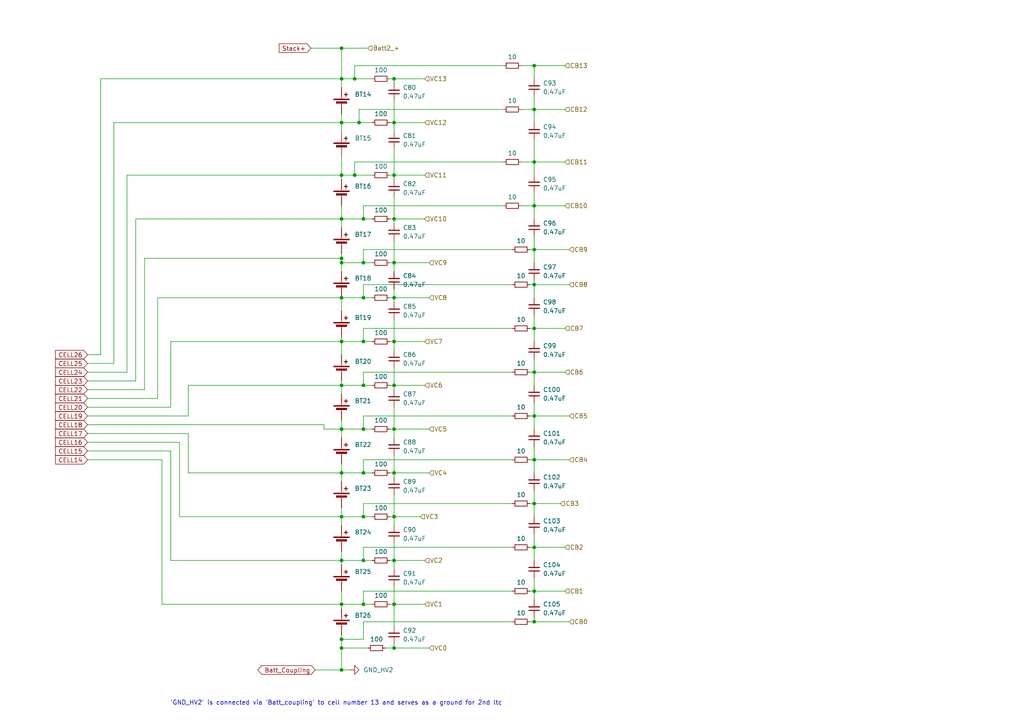
<source format=kicad_sch>
(kicad_sch (version 20250114) (generator "eeschema") (generator_version "9.0")
  (paper "A4")
  (lib_symbols
    (symbol "Device:Battery_Cell" (pin_numbers (hide yes)) (pin_names (offset 0) (hide yes))
      (property "Reference" "BT" (at 2.54 2.54 0))
      (property "Value" "Battery_Cell" (at 2.54 0 0))
      (symbol "Battery_Cell_0_1"
        (rectangle (start -2.286 1.778) (end 2.286 1.524) (fill (type outline)))
        (rectangle (start -1.524 1.016) (end 1.524 0.508) (fill (type outline)))
        (polyline (pts (xy 0 1.778) (xy 0 2.54)))
        (polyline (pts (xy 0 0.762) (xy 0 0)))
        (polyline (pts (xy 0.762 3.048) (xy 1.778 3.048)) (stroke (width 0.254)))
        (polyline (pts (xy 1.27 3.556) (xy 1.27 2.54)) (stroke (width 0.254)))
      )
      (symbol "Battery_Cell_1_1"
        (pin passive line (at 0 5.08 270) (length 2.54) (name "+") (number "1"))
        (pin passive line (at 0 -2.54 90) (length 2.54) (name "-") (number "2"))
      )
    )
    (symbol "Device:C_Small" (pin_numbers (hide yes)) (pin_names (offset 0.254) (hide yes))
      (property "Reference" "C" (at 0.254 1.778 0))
      (property "Value" "C_Small" (at 0.254 -2.032 0))
      (symbol "C_Small_0_1"
        (polyline (pts (xy -1.524 0.508) (xy 1.524 0.508)) (stroke (width 0.3048)))
        (polyline (pts (xy -1.524 -0.508) (xy 1.524 -0.508)) (stroke (width 0.3302)))
      )
      (symbol "C_Small_1_1"
        (pin passive line (at 0 2.54 270) (length 2.032) (name "~") (number "1"))
        (pin passive line (at 0 -2.54 90) (length 2.032) (name "~") (number "2"))
      )
    )
    (symbol "Device:R_Small" (pin_numbers (hide yes)) (pin_names (offset 0.254) (hide yes))
      (property "Reference" "R" (at 0.762 0.508 0))
      (property "Value" "R_Small" (at 0.762 -1.016 0))
      (symbol "R_Small_0_1"
        (rectangle (start -0.762 1.778) (end 0.762 -1.778) (stroke (width 0.2032)))
      )
      (symbol "R_Small_1_1"
        (pin passive line (at 0 2.54 270) (length 0.762) (name "~") (number "1"))
        (pin passive line (at 0 -2.54 90) (length 0.762) (name "~") (number "2"))
      )
    )
    (symbol "power:GND" (power) (pin_numbers (hide yes)) (pin_names (offset 0) (hide yes))
      (property "Value" "GND" (at 0 -3.81 0))
      (symbol "GND_0_1"
        (polyline (pts (xy 0 0) (xy 0 -1.27) (xy 1.27 -1.27) (xy 0 -2.54) (xy -1.27 -1.27) (xy 0 -1.27)))
      )
      (symbol "GND_1_1"
        (pin power_in line (at 0 0 270) (length 0) (name "~") (number "1"))
      )
    )
  )
  (text "'GND_HV2' is connected via 'Batt_coupling' to cell number 13 and serves as a ground for 2nd ltc" (at 97.536 203.962 0) (effects (font (size 1.27 1.27))))
  (junction (at 154.94 171.45))
  (junction (at 105.41 175.26))
  (junction (at 114.3 86.36))
  (junction (at 102.87 22.86))
  (junction (at 154.94 146.05))
  (junction (at 99.06 22.86))
  (junction (at 105.41 149.86))
  (junction (at 114.3 111.76))
  (junction (at 105.41 137.16))
  (junction (at 99.06 187.96))
  (junction (at 99.06 162.56))
  (junction (at 99.06 74.93))
  (junction (at 99.06 194.31))
  (junction (at 105.41 124.46))
  (junction (at 154.94 72.39))
  (junction (at 154.94 180.34))
  (junction (at 114.3 99.06))
  (junction (at 102.87 50.8))
  (junction (at 99.06 175.26))
  (junction (at 154.94 31.75))
  (junction (at 105.41 86.36))
  (junction (at 99.06 13.97))
  (junction (at 154.94 95.25))
  (junction (at 114.3 124.46))
  (junction (at 114.3 35.56))
  (junction (at 99.06 86.36))
  (junction (at 99.06 50.8))
  (junction (at 154.94 46.99))
  (junction (at 154.94 59.69))
  (junction (at 114.3 149.86))
  (junction (at 154.94 19.05))
  (junction (at 154.94 120.65))
  (junction (at 105.41 111.76))
  (junction (at 99.06 137.16))
  (junction (at 99.06 99.06))
  (junction (at 114.3 162.56))
  (junction (at 105.41 162.56))
  (junction (at 154.94 107.95))
  (junction (at 154.94 158.75))
  (junction (at 105.41 99.06))
  (junction (at 105.41 63.5))
  (junction (at 99.06 185.42))
  (junction (at 99.06 111.76))
  (junction (at 114.3 22.86))
  (junction (at 99.06 35.56))
  (junction (at 114.3 187.96))
  (junction (at 154.94 82.55))
  (junction (at 114.3 76.2))
  (junction (at 99.06 149.86))
  (junction (at 99.06 63.5))
  (junction (at 99.06 124.46))
  (junction (at 114.3 63.5))
  (junction (at 105.41 76.2))
  (junction (at 99.06 76.2))
  (junction (at 104.14 35.56))
  (junction (at 114.3 137.16))
  (junction (at 154.94 133.35))
  (junction (at 114.3 175.26))
  (junction (at 114.3 50.8))
  (wire (pts (xy 99.06 162.56) (xy 49.53 162.56)))
  (wire (pts (xy 52.07 128.27) (xy 52.07 149.86)))
  (wire (pts (xy 113.03 111.76) (xy 114.3 111.76)))
  (wire (pts (xy 25.4 102.87) (xy 29.21 102.87)))
  (wire (pts (xy 105.41 171.45) (xy 148.59 171.45)))
  (wire (pts (xy 99.06 137.16) (xy 99.06 139.7)))
  (wire (pts (xy 99.06 149.86) (xy 99.06 152.4)))
  (wire (pts (xy 99.06 111.76) (xy 54.61 111.76)))
  (wire (pts (xy 154.94 72.39) (xy 154.94 76.2)))
  (wire (pts (xy 107.95 124.46) (xy 105.41 124.46)))
  (wire (pts (xy 114.3 69.85) (xy 114.3 76.2)))
  (wire (pts (xy 114.3 187.96) (xy 124.46 187.96)))
  (wire (pts (xy 154.94 59.69) (xy 154.94 55.88)))
  (wire (pts (xy 154.94 46.99) (xy 151.13 46.99)))
  (wire (pts (xy 107.95 137.16) (xy 105.41 137.16)))
  (wire (pts (xy 25.4 125.73) (xy 54.61 125.73)))
  (wire (pts (xy 154.94 82.55) (xy 165.1 82.55)))
  (wire (pts (xy 154.94 31.75) (xy 151.13 31.75)))
  (wire (pts (xy 25.4 118.11) (xy 49.53 118.11)))
  (wire (pts (xy 154.94 146.05) (xy 162.56 146.05)))
  (wire (pts (xy 154.94 180.34) (xy 165.1 180.34)))
  (wire (pts (xy 154.94 154.94) (xy 154.94 158.75)))
  (wire (pts (xy 105.41 95.25) (xy 105.41 99.06)))
  (wire (pts (xy 99.06 184.15) (xy 99.06 185.42)))
  (wire (pts (xy 154.94 40.64) (xy 154.94 46.99)))
  (wire (pts (xy 154.94 91.44) (xy 154.94 95.25)))
  (wire (pts (xy 99.06 124.46) (xy 99.06 121.92)))
  (wire (pts (xy 105.41 86.36) (xy 99.06 86.36)))
  (wire (pts (xy 105.41 158.75) (xy 105.41 162.56)))
  (wire (pts (xy 45.72 86.36) (xy 45.72 115.57)))
  (wire (pts (xy 148.59 82.55) (xy 105.41 82.55)))
  (wire (pts (xy 107.95 99.06) (xy 105.41 99.06)))
  (wire (pts (xy 105.41 146.05) (xy 148.59 146.05)))
  (wire (pts (xy 29.21 22.86) (xy 29.21 102.87)))
  (wire (pts (xy 46.99 133.35) (xy 46.99 175.26)))
  (wire (pts (xy 114.3 86.36) (xy 114.3 87.63)))
  (wire (pts (xy 154.94 46.99) (xy 163.83 46.99)))
  (wire (pts (xy 99.06 162.56) (xy 99.06 163.83)))
  (wire (pts (xy 25.4 123.19) (xy 93.98 123.19)))
  (wire (pts (xy 36.83 107.95) (xy 25.4 107.95)))
  (wire (pts (xy 113.03 149.86) (xy 114.3 149.86)))
  (wire (pts (xy 25.4 133.35) (xy 46.99 133.35)))
  (wire (pts (xy 153.67 133.35) (xy 154.94 133.35)))
  (wire (pts (xy 107.95 175.26) (xy 105.41 175.26)))
  (wire (pts (xy 102.87 22.86) (xy 107.95 22.86)))
  (wire (pts (xy 114.3 170.18) (xy 114.3 175.26)))
  (wire (pts (xy 99.06 149.86) (xy 99.06 147.32)))
  (wire (pts (xy 114.3 162.56) (xy 114.3 165.1)))
  (wire (pts (xy 114.3 63.5) (xy 123.19 63.5)))
  (wire (pts (xy 154.94 129.54) (xy 154.94 133.35)))
  (wire (pts (xy 29.21 22.86) (xy 99.06 22.86)))
  (wire (pts (xy 114.3 50.8) (xy 114.3 52.07)))
  (wire (pts (xy 105.41 133.35) (xy 105.41 137.16)))
  (wire (pts (xy 154.94 19.05) (xy 154.94 22.86)))
  (wire (pts (xy 99.06 74.93) (xy 99.06 73.66)))
  (wire (pts (xy 154.94 82.55) (xy 154.94 86.36)))
  (wire (pts (xy 153.67 120.65) (xy 154.94 120.65)))
  (wire (pts (xy 124.46 124.46) (xy 114.3 124.46)))
  (wire (pts (xy 114.3 106.68) (xy 114.3 111.76)))
  (wire (pts (xy 105.41 175.26) (xy 99.06 175.26)))
  (wire (pts (xy 105.41 120.65) (xy 105.41 124.46)))
  (wire (pts (xy 99.06 137.16) (xy 99.06 134.62)))
  (wire (pts (xy 99.06 59.69) (xy 99.06 63.5)))
  (wire (pts (xy 105.41 72.39) (xy 148.59 72.39)))
  (wire (pts (xy 154.94 81.28) (xy 154.94 82.55)))
  (wire (pts (xy 114.3 111.76) (xy 114.3 113.03)))
  (wire (pts (xy 99.06 187.96) (xy 99.06 194.31)))
  (wire (pts (xy 25.4 110.49) (xy 39.37 110.49)))
  (wire (pts (xy 105.41 162.56) (xy 99.06 162.56)))
  (wire (pts (xy 154.94 104.14) (xy 154.94 107.95)))
  (wire (pts (xy 105.41 59.69) (xy 146.05 59.69)))
  (wire (pts (xy 105.41 107.95) (xy 105.41 111.76)))
  (wire (pts (xy 114.3 43.18) (xy 114.3 50.8)))
  (wire (pts (xy 154.94 59.69) (xy 163.83 59.69)))
  (wire (pts (xy 105.41 111.76) (xy 99.06 111.76)))
  (wire (pts (xy 153.67 171.45) (xy 154.94 171.45)))
  (wire (pts (xy 45.72 115.57) (xy 25.4 115.57)))
  (wire (pts (xy 105.41 76.2) (xy 99.06 76.2)))
  (wire (pts (xy 99.06 50.8) (xy 99.06 52.07)))
  (wire (pts (xy 105.41 124.46) (xy 99.06 124.46)))
  (wire (pts (xy 154.94 158.75) (xy 163.83 158.75)))
  (wire (pts (xy 105.41 72.39) (xy 105.41 76.2)))
  (wire (pts (xy 154.94 133.35) (xy 165.1 133.35)))
  (wire (pts (xy 102.87 50.8) (xy 107.95 50.8)))
  (wire (pts (xy 154.94 120.65) (xy 154.94 124.46)))
  (wire (pts (xy 105.41 82.55) (xy 105.41 86.36)))
  (wire (pts (xy 99.06 111.76) (xy 99.06 110.49)))
  (wire (pts (xy 114.3 76.2) (xy 114.3 78.74)))
  (wire (pts (xy 114.3 175.26) (xy 114.3 181.61)))
  (wire (pts (xy 154.94 171.45) (xy 163.83 171.45)))
  (wire (pts (xy 93.98 123.19) (xy 93.98 124.46)))
  (wire (pts (xy 154.94 146.05) (xy 154.94 149.86)))
  (wire (pts (xy 41.91 113.03) (xy 25.4 113.03)))
  (wire (pts (xy 105.41 146.05) (xy 105.41 149.86)))
  (wire (pts (xy 113.03 86.36) (xy 114.3 86.36)))
  (wire (pts (xy 99.06 13.97) (xy 90.17 13.97)))
  (wire (pts (xy 154.94 59.69) (xy 154.94 63.5)))
  (wire (pts (xy 154.94 59.69) (xy 151.13 59.69)))
  (wire (pts (xy 25.4 120.65) (xy 54.61 120.65)))
  (wire (pts (xy 99.06 175.26) (xy 99.06 176.53)))
  (wire (pts (xy 165.1 120.65) (xy 154.94 120.65)))
  (wire (pts (xy 153.67 180.34) (xy 154.94 180.34)))
  (wire (pts (xy 113.03 175.26) (xy 114.3 175.26)))
  (wire (pts (xy 107.95 162.56) (xy 105.41 162.56)))
  (wire (pts (xy 114.3 35.56) (xy 123.19 35.56)))
  (wire (pts (xy 54.61 125.73) (xy 54.61 137.16)))
  (wire (pts (xy 49.53 99.06) (xy 49.53 118.11)))
  (wire (pts (xy 105.41 59.69) (xy 105.41 63.5)))
  (wire (pts (xy 154.94 146.05) (xy 153.67 146.05)))
  (wire (pts (xy 39.37 63.5) (xy 39.37 110.49)))
  (wire (pts (xy 154.94 120.65) (xy 154.94 116.84)))
  (wire (pts (xy 99.06 187.96) (xy 106.68 187.96)))
  (wire (pts (xy 114.3 162.56) (xy 123.19 162.56)))
  (wire (pts (xy 99.06 76.2) (xy 99.06 78.74)))
  (wire (pts (xy 154.94 19.05) (xy 163.83 19.05)))
  (wire (pts (xy 25.4 128.27) (xy 52.07 128.27)))
  (wire (pts (xy 102.87 46.99) (xy 102.87 50.8)))
  (wire (pts (xy 113.03 162.56) (xy 114.3 162.56)))
  (wire (pts (xy 105.41 171.45) (xy 105.41 175.26)))
  (wire (pts (xy 154.94 107.95) (xy 154.94 111.76)))
  (wire (pts (xy 114.3 175.26) (xy 123.19 175.26)))
  (wire (pts (xy 114.3 29.21) (xy 114.3 35.56)))
  (wire (pts (xy 99.06 33.02) (xy 99.06 35.56)))
  (wire (pts (xy 99.06 76.2) (xy 99.06 74.93)))
  (wire (pts (xy 102.87 46.99) (xy 146.05 46.99)))
  (wire (pts (xy 154.94 180.34) (xy 154.94 179.07)))
  (wire (pts (xy 105.41 107.95) (xy 148.59 107.95)))
  (wire (pts (xy 99.06 63.5) (xy 99.06 66.04)))
  (wire (pts (xy 99.06 22.86) (xy 102.87 22.86)))
  (wire (pts (xy 114.3 83.82) (xy 114.3 86.36)))
  (wire (pts (xy 154.94 158.75) (xy 154.94 162.56)))
  (wire (pts (xy 154.94 19.05) (xy 151.13 19.05)))
  (wire (pts (xy 36.83 50.8) (xy 99.06 50.8)))
  (wire (pts (xy 99.06 45.72) (xy 99.06 50.8)))
  (wire (pts (xy 114.3 99.06) (xy 123.19 99.06)))
  (wire (pts (xy 114.3 186.69) (xy 114.3 187.96)))
  (wire (pts (xy 154.94 142.24) (xy 154.94 146.05)))
  (wire (pts (xy 49.53 130.81) (xy 49.53 162.56)))
  (wire (pts (xy 154.94 133.35) (xy 154.94 137.16)))
  (wire (pts (xy 99.06 86.36) (xy 45.72 86.36)))
  (wire (pts (xy 154.94 107.95) (xy 163.83 107.95)))
  (wire (pts (xy 33.02 35.56) (xy 33.02 105.41)))
  (wire (pts (xy 105.41 133.35) (xy 148.59 133.35)))
  (wire (pts (xy 105.41 180.34) (xy 105.41 185.42)))
  (wire (pts (xy 114.3 157.48) (xy 114.3 162.56)))
  (wire (pts (xy 99.06 124.46) (xy 99.06 127)))
  (wire (pts (xy 99.06 13.97) (xy 106.68 13.97)))
  (wire (pts (xy 165.1 72.39) (xy 154.94 72.39)))
  (wire (pts (xy 107.95 86.36) (xy 105.41 86.36)))
  (wire (pts (xy 99.06 86.36) (xy 99.06 90.17)))
  (wire (pts (xy 111.76 187.96) (xy 114.3 187.96)))
  (wire (pts (xy 114.3 92.71) (xy 114.3 99.06)))
  (wire (pts (xy 114.3 149.86) (xy 121.92 149.86)))
  (wire (pts (xy 113.03 124.46) (xy 114.3 124.46)))
  (wire (pts (xy 107.95 111.76) (xy 105.41 111.76)))
  (wire (pts (xy 36.83 50.8) (xy 36.83 107.95)))
  (wire (pts (xy 154.94 31.75) (xy 154.94 27.94)))
  (wire (pts (xy 154.94 31.75) (xy 163.83 31.75)))
  (wire (pts (xy 113.03 99.06) (xy 114.3 99.06)))
  (wire (pts (xy 105.41 158.75) (xy 148.59 158.75)))
  (wire (pts (xy 104.14 31.75) (xy 146.05 31.75)))
  (wire (pts (xy 154.94 171.45) (xy 154.94 173.99)))
  (wire (pts (xy 154.94 95.25) (xy 163.83 95.25)))
  (wire (pts (xy 107.95 76.2) (xy 105.41 76.2)))
  (wire (pts (xy 107.95 63.5) (xy 105.41 63.5)))
  (wire (pts (xy 154.94 171.45) (xy 154.94 167.64)))
  (wire (pts (xy 93.98 124.46) (xy 99.06 124.46)))
  (wire (pts (xy 114.3 111.76) (xy 123.19 111.76)))
  (wire (pts (xy 102.87 19.05) (xy 102.87 22.86)))
  (wire (pts (xy 99.06 99.06) (xy 99.06 102.87)))
  (wire (pts (xy 54.61 111.76) (xy 54.61 120.65)))
  (wire (pts (xy 105.41 95.25) (xy 148.59 95.25)))
  (wire (pts (xy 113.03 76.2) (xy 114.3 76.2)))
  (wire (pts (xy 105.41 120.65) (xy 148.59 120.65)))
  (wire (pts (xy 113.03 35.56) (xy 114.3 35.56)))
  (wire (pts (xy 25.4 130.81) (xy 49.53 130.81)))
  (wire (pts (xy 105.41 99.06) (xy 99.06 99.06)))
  (wire (pts (xy 99.06 175.26) (xy 99.06 171.45)))
  (wire (pts (xy 113.03 22.86) (xy 114.3 22.86)))
  (wire (pts (xy 124.46 76.2) (xy 114.3 76.2)))
  (wire (pts (xy 154.94 95.25) (xy 154.94 99.06)))
  (wire (pts (xy 105.41 137.16) (xy 99.06 137.16)))
  (wire (pts (xy 154.94 46.99) (xy 154.94 50.8)))
  (wire (pts (xy 114.3 35.56) (xy 114.3 38.1)))
  (wire (pts (xy 99.06 50.8) (xy 102.87 50.8)))
  (wire (pts (xy 154.94 158.75) (xy 153.67 158.75)))
  (wire (pts (xy 114.3 124.46) (xy 114.3 127)))
  (wire (pts (xy 154.94 95.25) (xy 153.67 95.25)))
  (wire (pts (xy 105.41 185.42) (xy 99.06 185.42)))
  (wire (pts (xy 114.3 63.5) (xy 114.3 64.77)))
  (wire (pts (xy 41.91 74.93) (xy 41.91 113.03)))
  (wire (pts (xy 154.94 72.39) (xy 154.94 68.58)))
  (wire (pts (xy 99.06 99.06) (xy 49.53 99.06)))
  (wire (pts (xy 153.67 82.55) (xy 154.94 82.55)))
  (wire (pts (xy 114.3 22.86) (xy 123.19 22.86)))
  (wire (pts (xy 114.3 149.86) (xy 114.3 152.4)))
  (wire (pts (xy 114.3 86.36) (xy 124.46 86.36)))
  (wire (pts (xy 107.95 149.86) (xy 105.41 149.86)))
  (wire (pts (xy 104.14 31.75) (xy 104.14 35.56)))
  (wire (pts (xy 105.41 180.34) (xy 148.59 180.34)))
  (wire (pts (xy 99.06 175.26) (xy 46.99 175.26)))
  (wire (pts (xy 99.06 187.96) (xy 99.06 185.42)))
  (wire (pts (xy 99.06 111.76) (xy 99.06 114.3)))
  (wire (pts (xy 104.14 35.56) (xy 107.95 35.56)))
  (wire (pts (xy 114.3 132.08) (xy 114.3 137.16)))
  (wire (pts (xy 114.3 57.15) (xy 114.3 63.5)))
  (wire (pts (xy 114.3 143.51) (xy 114.3 149.86)))
  (wire (pts (xy 99.06 162.56) (xy 99.06 160.02)))
  (wire (pts (xy 154.94 107.95) (xy 153.67 107.95)))
  (wire (pts (xy 91.44 194.31) (xy 99.06 194.31)))
  (wire (pts (xy 99.06 194.31) (xy 101.6 194.31)))
  (wire (pts (xy 99.06 35.56) (xy 99.06 38.1)))
  (wire (pts (xy 113.03 50.8) (xy 114.3 50.8)))
  (wire (pts (xy 113.03 63.5) (xy 114.3 63.5)))
  (wire (pts (xy 99.06 25.4) (xy 99.06 22.86)))
  (wire (pts (xy 102.87 19.05) (xy 146.05 19.05)))
  (wire (pts (xy 99.06 99.06) (xy 99.06 97.79)))
  (wire (pts (xy 99.06 137.16) (xy 54.61 137.16)))
  (wire (pts (xy 33.02 105.41) (xy 25.4 105.41)))
  (wire (pts (xy 114.3 99.06) (xy 114.3 101.6)))
  (wire (pts (xy 114.3 118.11) (xy 114.3 124.46)))
  (wire (pts (xy 114.3 137.16) (xy 114.3 138.43)))
  (wire (pts (xy 105.41 63.5) (xy 99.06 63.5)))
  (wire (pts (xy 99.06 149.86) (xy 52.07 149.86)))
  (wire (pts (xy 105.41 149.86) (xy 99.06 149.86)))
  (wire (pts (xy 99.06 35.56) (xy 104.14 35.56)))
  (wire (pts (xy 99.06 74.93) (xy 41.91 74.93)))
  (wire (pts (xy 154.94 31.75) (xy 154.94 35.56)))
  (wire (pts (xy 113.03 137.16) (xy 114.3 137.16)))
  (wire (pts (xy 114.3 137.16) (xy 124.46 137.16)))
  (wire (pts (xy 114.3 22.86) (xy 114.3 24.13)))
  (wire (pts (xy 114.3 50.8) (xy 123.19 50.8)))
  (wire (pts (xy 39.37 63.5) (xy 99.06 63.5)))
  (wire (pts (xy 33.02 35.56) (xy 99.06 35.56)))
  (wire (pts (xy 99.06 13.97) (xy 99.06 22.86)))
  (wire (pts (xy 153.67 72.39) (xy 154.94 72.39)))
  (global_label "CELL17" (shape input) (at 25.4 125.73 180) (property "Intersheetrefs" "${INTERSHEET_REFS}" (effects (hide yes))))
  (global_label "CELL25" (shape input) (at 25.4 105.41 180) (property "Intersheetrefs" "${INTERSHEET_REFS}" (effects (hide yes))))
  (global_label "CELL20" (shape input) (at 25.4 118.11 180) (property "Intersheetrefs" "${INTERSHEET_REFS}" (effects (hide yes))))
  (global_label "CELL18" (shape input) (at 25.4 123.19 180) (property "Intersheetrefs" "${INTERSHEET_REFS}" (effects (hide yes))))
  (global_label "Batt_Coupling" (shape bidirectional) (at 91.44 194.31 180) (property "Intersheetrefs" "${INTERSHEET_REFS}" (effects (hide yes))))
  (global_label "CELL26" (shape input) (at 25.4 102.87 180) (property "Intersheetrefs" "${INTERSHEET_REFS}" (effects (hide yes))))
  (global_label "CELL14" (shape input) (at 25.4 133.35 180) (property "Intersheetrefs" "${INTERSHEET_REFS}" (effects (hide yes))))
  (global_label "CELL22" (shape input) (at 25.4 113.03 180) (property "Intersheetrefs" "${INTERSHEET_REFS}" (effects (hide yes))))
  (global_label "CELL15" (shape input) (at 25.4 130.81 180) (property "Intersheetrefs" "${INTERSHEET_REFS}" (effects (hide yes))))
  (global_label "CELL16" (shape input) (at 25.4 128.27 180) (property "Intersheetrefs" "${INTERSHEET_REFS}" (effects (hide yes))))
  (global_label "CELL21" (shape input) (at 25.4 115.57 180) (property "Intersheetrefs" "${INTERSHEET_REFS}" (effects (hide yes))))
  (global_label "CELL19" (shape input) (at 25.4 120.65 180) (property "Intersheetrefs" "${INTERSHEET_REFS}" (effects (hide yes))))
  (global_label "CELL23" (shape input) (at 25.4 110.49 180) (property "Intersheetrefs" "${INTERSHEET_REFS}" (effects (hide yes))))
  (global_label "CELL24" (shape input) (at 25.4 107.95 180) (property "Intersheetrefs" "${INTERSHEET_REFS}" (effects (hide yes))))
  (global_label "Stack+" (shape input) (at 90.17 13.97 180) (property "Intersheetrefs" "${INTERSHEET_REFS}" (effects (hide yes))))
  (hierarchical_label "VC1" (shape input) (at 123.19 175.26 0))
  (hierarchical_label "CB8" (shape input) (at 165.1 82.55 0))
  (hierarchical_label "CB9" (shape input) (at 165.1 72.39 0))
  (hierarchical_label "VC7" (shape input) (at 123.19 99.06 0))
  (hierarchical_label "VC10" (shape input) (at 123.19 63.5 0))
  (hierarchical_label "VC3" (shape input) (at 121.92 149.86 0))
  (hierarchical_label "VC4" (shape input) (at 124.46 137.16 0))
  (hierarchical_label "CB3" (shape input) (at 162.56 146.05 0))
  (hierarchical_label "CB1" (shape input) (at 163.83 171.45 0))
  (hierarchical_label "CB13" (shape input) (at 163.83 19.05 0))
  (hierarchical_label "CB6" (shape input) (at 163.83 107.95 0))
  (hierarchical_label "CB5" (shape input) (at 165.1 120.65 0))
  (hierarchical_label "CB12" (shape input) (at 163.83 31.75 0))
  (hierarchical_label "VC8" (shape input) (at 124.46 86.36 0))
  (hierarchical_label "VC11" (shape input) (at 123.19 50.8 0))
  (hierarchical_label "Batt2_+" (shape input) (at 106.68 13.97 0))
  (hierarchical_label "CB4" (shape input) (at 165.1 133.35 0))
  (hierarchical_label "VC5" (shape input) (at 124.46 124.46 0))
  (hierarchical_label "CB2" (shape input) (at 163.83 158.75 0))
  (hierarchical_label "VC9" (shape input) (at 124.46 76.2 0))
  (hierarchical_label "CB11" (shape input) (at 163.83 46.99 0))
  (hierarchical_label "VC0" (shape input) (at 124.46 187.96 0))
  (hierarchical_label "CB7" (shape input) (at 163.83 95.25 0))
  (hierarchical_label "VC2" (shape input) (at 123.19 162.56 0))
  (hierarchical_label "VC6" (shape input) (at 123.19 111.76 0))
  (hierarchical_label "VC13" (shape input) (at 123.19 22.86 0))
  (hierarchical_label "CB0" (shape input) (at 165.1 180.34 0))
  (hierarchical_label "CB10" (shape input) (at 163.83 59.69 0))
  (hierarchical_label "VC12" (shape input) (at 123.19 35.56 0))
  (symbol (lib_id "Device:C_Small") (at 114.3 67.31 180) (unit 1)
    (property "Reference" "C83" (at 116.84 66.0335 0) (effects (justify right)))
    (property "Value" "0.47uF" (at 116.84 68.5735 0) (effects (justify right)))
    (property "Footprint" "Capacitor_SMD:C_0603_1608Metric_Pad1.08x0.95mm_HandSolder" (effects (hide yes)))
    (property "Datasheet" "https://www.mouser.pl/ProductDetail/TAIYO-YUDEN/EMF107B7474KAHT?qs=sGAEpiMZZMsh%252B1woXyUXj30ZYomYlxpXbZmTEzBsZ7s%3D" (effects (hide yes)))
    (property "Description" "Unpolarized capacitor, small symbol" (effects (hide yes)))
  )
  (symbol (lib_id "Device:R_Small") (at 110.49 63.5 90) (unit 1)
    (property "Reference" "R116" (effects (hide yes)))
    (property "Value" "100" (at 110.49 60.96 90))
    (property "Footprint" "Resistor_SMD:R_0603_1608Metric_Pad0.98x0.95mm_HandSolder" (effects (hide yes)))
    (property "Datasheet" "https://www.mouser.pl/ProductDetail/Bourns/CHP0603-JW-101ELF?qs=sGAEpiMZZMvdGkrng054t7z4BkURc4Lz%252BNTgd8VElomqW50fcYQWeQ%3D%3D" (effects (hide yes)))
    (property "Description" "Resistor, small symbol" (effects (hide yes)))
  )
  (symbol (lib_id "Device:C_Small") (at 154.94 139.7 180) (unit 1)
    (property "Reference" "C102" (at 157.48 138.4235 0) (effects (justify right)))
    (property "Value" "0.47uF" (at 157.48 140.9635 0) (effects (justify right)))
    (property "Footprint" "Capacitor_SMD:C_0603_1608Metric_Pad1.08x0.95mm_HandSolder" (effects (hide yes)))
    (property "Datasheet" "https://www.mouser.pl/ProductDetail/TAIYO-YUDEN/EMF107B7474KAHT?qs=sGAEpiMZZMsh%252B1woXyUXj30ZYomYlxpXbZmTEzBsZ7s%3D" (effects (hide yes)))
    (property "Description" "Unpolarized capacitor, small symbol" (effects (hide yes)))
  )
  (symbol (lib_id "Device:R_Small") (at 110.49 149.86 90) (unit 1)
    (property "Reference" "R123" (effects (hide yes)))
    (property "Value" "100" (at 110.49 147.32 90))
    (property "Footprint" "Resistor_SMD:R_0603_1608Metric_Pad0.98x0.95mm_HandSolder" (effects (hide yes)))
    (property "Datasheet" "https://www.mouser.pl/ProductDetail/Bourns/CHP0603-JW-101ELF?qs=sGAEpiMZZMvdGkrng054t7z4BkURc4Lz%252BNTgd8VElomqW50fcYQWeQ%3D%3D" (effects (hide yes)))
    (property "Description" "Resistor, small symbol" (effects (hide yes)))
  )
  (symbol (lib_id "Device:Battery_Cell") (at 99.06 107.95 0) (unit 1) (in_bom no) (on_board no)
    (property "Reference" "BT20" (at 102.87 104.8384 0) (effects (justify left)))
    (property "Value" "Battery_Cell" (effects (hide yes)))
    (property "Description" "Single-cell battery" (effects (hide yes)))
  )
  (symbol (lib_id "Device:R_Small") (at 151.13 82.55 90) (unit 1)
    (property "Reference" "R131" (effects (hide yes)))
    (property "Value" "10" (at 151.13 80.01 90))
    (property "Footprint" "footrpint:RESC6331X80N" (effects (hide yes)))
    (property "Datasheet" "https://www.mouser.pl/ProductDetail/Bourns/CRM2512QFW-10R0ELF?qs=sGAEpiMZZMvdGkrng054t2cqbZCzJY7NpHS3xgyJn8kv84%2FVq0xHeQ%3D%3D" (effects (hide yes)))
    (property "Description" "Resistor, small symbol" (effects (hide yes)))
  )
  (symbol (lib_id "Device:R_Small") (at 110.49 35.56 90) (unit 1)
    (property "Reference" "R114" (effects (hide yes)))
    (property "Value" "100" (at 110.49 33.02 90))
    (property "Footprint" "Resistor_SMD:R_0603_1608Metric_Pad0.98x0.95mm_HandSolder" (effects (hide yes)))
    (property "Datasheet" "https://www.mouser.pl/ProductDetail/Bourns/CHP0603-JW-101ELF?qs=sGAEpiMZZMvdGkrng054t7z4BkURc4Lz%252BNTgd8VElomqW50fcYQWeQ%3D%3D" (effects (hide yes)))
    (property "Description" "Resistor, small symbol" (effects (hide yes)))
  )
  (symbol (lib_id "Device:C_Small") (at 114.3 90.17 180) (unit 1)
    (property "Reference" "C85" (at 116.84 88.8935 0) (effects (justify right)))
    (property "Value" "0.47uF" (at 116.84 91.4335 0) (effects (justify right)))
    (property "Footprint" "Capacitor_SMD:C_0603_1608Metric_Pad1.08x0.95mm_HandSolder" (effects (hide yes)))
    (property "Datasheet" "https://www.mouser.pl/ProductDetail/TAIYO-YUDEN/EMF107B7474KAHT?qs=sGAEpiMZZMsh%252B1woXyUXj30ZYomYlxpXbZmTEzBsZ7s%3D" (effects (hide yes)))
    (property "Description" "Unpolarized capacitor, small symbol" (effects (hide yes)))
  )
  (symbol (lib_id "Device:C_Small") (at 154.94 66.04 180) (unit 1)
    (property "Reference" "C96" (at 157.48 64.7635 0) (effects (justify right)))
    (property "Value" "0.47uF" (at 157.48 67.3035 0) (effects (justify right)))
    (property "Footprint" "Capacitor_SMD:C_0603_1608Metric_Pad1.08x0.95mm_HandSolder" (effects (hide yes)))
    (property "Datasheet" "https://www.mouser.pl/ProductDetail/TAIYO-YUDEN/EMF107B7474KAHT?qs=sGAEpiMZZMsh%252B1woXyUXj30ZYomYlxpXbZmTEzBsZ7s%3D" (effects (hide yes)))
    (property "Description" "Unpolarized capacitor, small symbol" (effects (hide yes)))
  )
  (symbol (lib_id "Device:C_Small") (at 114.3 81.28 180) (unit 1)
    (property "Reference" "C84" (at 116.84 80.0035 0) (effects (justify right)))
    (property "Value" "0.47uF" (at 116.84 82.5435 0) (effects (justify right)))
    (property "Footprint" "Capacitor_SMD:C_0603_1608Metric_Pad1.08x0.95mm_HandSolder" (effects (hide yes)))
    (property "Datasheet" "https://www.mouser.pl/ProductDetail/TAIYO-YUDEN/EMF107B7474KAHT?qs=sGAEpiMZZMsh%252B1woXyUXj30ZYomYlxpXbZmTEzBsZ7s%3D" (effects (hide yes)))
    (property "Description" "Unpolarized capacitor, small symbol" (effects (hide yes)))
  )
  (symbol (lib_id "Device:C_Small") (at 114.3 104.14 180) (unit 1)
    (property "Reference" "C86" (at 116.84 102.8635 0) (effects (justify right)))
    (property "Value" "0.47uF" (at 116.84 105.4035 0) (effects (justify right)))
    (property "Footprint" "Capacitor_SMD:C_0603_1608Metric_Pad1.08x0.95mm_HandSolder" (effects (hide yes)))
    (property "Datasheet" "https://www.mouser.pl/ProductDetail/TAIYO-YUDEN/EMF107B7474KAHT?qs=sGAEpiMZZMsh%252B1woXyUXj30ZYomYlxpXbZmTEzBsZ7s%3D" (effects (hide yes)))
    (property "Description" "Unpolarized capacitor, small symbol" (effects (hide yes)))
  )
  (symbol (lib_id "Device:R_Small") (at 151.13 72.39 90) (unit 1)
    (property "Reference" "R130" (effects (hide yes)))
    (property "Value" "10" (at 151.13 69.85 90))
    (property "Footprint" "footrpint:RESC6331X80N" (effects (hide yes)))
    (property "Datasheet" "https://www.mouser.pl/ProductDetail/Bourns/CRM2512QFW-10R0ELF?qs=sGAEpiMZZMvdGkrng054t2cqbZCzJY7NpHS3xgyJn8kv84%2FVq0xHeQ%3D%3D" (effects (hide yes)))
    (property "Description" "Resistor, small symbol" (effects (hide yes)))
  )
  (symbol (lib_id "Device:R_Small") (at 151.13 146.05 90) (unit 1)
    (property "Reference" "R136" (effects (hide yes)))
    (property "Value" "10" (at 151.13 143.51 90))
    (property "Footprint" "footrpint:RESC6331X80N" (effects (hide yes)))
    (property "Datasheet" "https://www.mouser.pl/ProductDetail/Bourns/CRM2512QFW-10R0ELF?qs=sGAEpiMZZMvdGkrng054t2cqbZCzJY7NpHS3xgyJn8kv84%2FVq0xHeQ%3D%3D" (effects (hide yes)))
    (property "Description" "Resistor, small symbol" (effects (hide yes)))
  )
  (symbol (lib_id "Device:R_Small") (at 110.49 111.76 90) (unit 1)
    (property "Reference" "R120" (effects (hide yes)))
    (property "Value" "100" (at 110.49 109.22 90))
    (property "Footprint" "Resistor_SMD:R_0603_1608Metric_Pad0.98x0.95mm_HandSolder" (effects (hide yes)))
    (property "Datasheet" "https://www.mouser.pl/ProductDetail/Bourns/CHP0603-JW-101ELF?qs=sGAEpiMZZMvdGkrng054t7z4BkURc4Lz%252BNTgd8VElomqW50fcYQWeQ%3D%3D" (effects (hide yes)))
    (property "Description" "Resistor, small symbol" (effects (hide yes)))
  )
  (symbol (lib_id "Device:Battery_Cell") (at 99.06 83.82 0) (unit 1) (in_bom no) (on_board no)
    (property "Reference" "BT18" (at 102.87 80.7084 0) (effects (justify left)))
    (property "Value" "Battery_Cell" (effects (hide yes)))
    (property "Description" "Single-cell battery" (effects (hide yes)))
  )
  (symbol (lib_id "Device:C_Small") (at 114.3 184.15 180) (unit 1)
    (property "Reference" "C92" (at 116.84 182.8735 0) (effects (justify right)))
    (property "Value" "0.47uF" (at 116.84 185.4135 0) (effects (justify right)))
    (property "Footprint" "Capacitor_SMD:C_0603_1608Metric_Pad1.08x0.95mm_HandSolder" (effects (hide yes)))
    (property "Datasheet" "https://www.mouser.pl/ProductDetail/TAIYO-YUDEN/EMF107B7474KAHT?qs=sGAEpiMZZMsh%252B1woXyUXj30ZYomYlxpXbZmTEzBsZ7s%3D" (effects (hide yes)))
    (property "Description" "Unpolarized capacitor, small symbol" (effects (hide yes)))
  )
  (symbol (lib_id "Device:C_Small") (at 114.3 26.67 180) (unit 1)
    (property "Reference" "C80" (at 116.84 25.3935 0) (effects (justify right)))
    (property "Value" "0.47uF" (at 116.84 27.9335 0) (effects (justify right)))
    (property "Footprint" "Capacitor_SMD:C_0603_1608Metric_Pad1.08x0.95mm_HandSolder" (effects (hide yes)))
    (property "Datasheet" "https://www.mouser.pl/ProductDetail/TAIYO-YUDEN/EMF107B7474KAHT?qs=sGAEpiMZZMsh%252B1woXyUXj30ZYomYlxpXbZmTEzBsZ7s%3D" (effects (hide yes)))
    (property "Description" "Unpolarized capacitor, small symbol" (effects (hide yes)))
  )
  (symbol (lib_id "Device:C_Small") (at 154.94 176.53 180) (unit 1)
    (property "Reference" "C105" (at 157.48 175.2535 0) (effects (justify right)))
    (property "Value" "0.47uF" (at 157.48 177.7935 0) (effects (justify right)))
    (property "Footprint" "Capacitor_SMD:C_0603_1608Metric_Pad1.08x0.95mm_HandSolder" (effects (hide yes)))
    (property "Datasheet" "https://www.mouser.pl/ProductDetail/TAIYO-YUDEN/EMF107B7474KAHT?qs=sGAEpiMZZMsh%252B1woXyUXj30ZYomYlxpXbZmTEzBsZ7s%3D" (effects (hide yes)))
    (property "Description" "Unpolarized capacitor, small symbol" (effects (hide yes)))
  )
  (symbol (lib_id "Device:R_Small") (at 148.59 59.69 90) (unit 1)
    (property "Reference" "R129" (effects (hide yes)))
    (property "Value" "10" (at 148.59 57.15 90))
    (property "Footprint" "footrpint:RESC6331X80N" (effects (hide yes)))
    (property "Datasheet" "https://www.mouser.pl/ProductDetail/Bourns/CRM2512QFW-10R0ELF?qs=sGAEpiMZZMvdGkrng054t2cqbZCzJY7NpHS3xgyJn8kv84%2FVq0xHeQ%3D%3D" (effects (hide yes)))
    (property "Description" "Resistor, small symbol" (effects (hide yes)))
  )
  (symbol (lib_id "Device:Battery_Cell") (at 99.06 168.91 0) (unit 1) (in_bom no) (on_board no)
    (property "Reference" "BT25" (at 102.87 165.7984 0) (effects (justify left)))
    (property "Value" "Battery_Cell" (effects (hide yes)))
    (property "Description" "Single-cell battery" (effects (hide yes)))
  )
  (symbol (lib_id "Device:C_Small") (at 114.3 40.64 180) (unit 1)
    (property "Reference" "C81" (at 116.84 39.3635 0) (effects (justify right)))
    (property "Value" "0.47uF" (at 116.84 41.9035 0) (effects (justify right)))
    (property "Footprint" "Capacitor_SMD:C_0603_1608Metric_Pad1.08x0.95mm_HandSolder" (effects (hide yes)))
    (property "Datasheet" "https://www.mouser.pl/ProductDetail/TAIYO-YUDEN/EMF107B7474KAHT?qs=sGAEpiMZZMsh%252B1woXyUXj30ZYomYlxpXbZmTEzBsZ7s%3D" (effects (hide yes)))
    (property "Description" "Unpolarized capacitor, small symbol" (effects (hide yes)))
  )
  (symbol (lib_id "Device:R_Small") (at 110.49 124.46 90) (unit 1)
    (property "Reference" "R121" (effects (hide yes)))
    (property "Value" "100" (at 110.49 121.92 90))
    (property "Footprint" "Resistor_SMD:R_0603_1608Metric_Pad0.98x0.95mm_HandSolder" (effects (hide yes)))
    (property "Datasheet" "https://www.mouser.pl/ProductDetail/Bourns/CHP0603-JW-101ELF?qs=sGAEpiMZZMvdGkrng054t7z4BkURc4Lz%252BNTgd8VElomqW50fcYQWeQ%3D%3D" (effects (hide yes)))
    (property "Description" "Resistor, small symbol" (effects (hide yes)))
  )
  (symbol (lib_id "Device:R_Small") (at 148.59 46.99 90) (unit 1)
    (property "Reference" "R128" (effects (hide yes)))
    (property "Value" "10" (at 148.59 44.45 90))
    (property "Footprint" "footrpint:RESC6331X80N" (effects (hide yes)))
    (property "Datasheet" "https://www.mouser.pl/ProductDetail/Bourns/CRM2512QFW-10R0ELF?qs=sGAEpiMZZMvdGkrng054t2cqbZCzJY7NpHS3xgyJn8kv84%2FVq0xHeQ%3D%3D" (effects (hide yes)))
    (property "Description" "Resistor, small symbol" (effects (hide yes)))
  )
  (symbol (lib_id "Device:Battery_Cell") (at 99.06 30.48 0) (unit 1) (in_bom no) (on_board no)
    (property "Reference" "BT14" (at 102.87 27.3684 0) (effects (justify left)))
    (property "Value" "Battery_Cell" (effects (hide yes)))
    (property "Description" "Single-cell battery" (effects (hide yes)))
  )
  (symbol (lib_id "Device:R_Small") (at 151.13 180.34 90) (unit 1)
    (property "Reference" "R139" (effects (hide yes)))
    (property "Value" "10" (at 151.13 177.8 90))
    (property "Footprint" "footrpint:RESC6331X80N" (effects (hide yes)))
    (property "Datasheet" "https://www.mouser.pl/ProductDetail/Bourns/CRM2512QFW-10R0ELF?qs=sGAEpiMZZMvdGkrng054t2cqbZCzJY7NpHS3xgyJn8kv84%2FVq0xHeQ%3D%3D" (effects (hide yes)))
    (property "Description" "Resistor, small symbol" (effects (hide yes)))
  )
  (symbol (lib_id "Device:C_Small") (at 114.3 154.94 180) (unit 1)
    (property "Reference" "C90" (at 116.84 153.6635 0) (effects (justify right)))
    (property "Value" "0.47uF" (at 116.84 156.2035 0) (effects (justify right)))
    (property "Footprint" "Capacitor_SMD:C_0603_1608Metric_Pad1.08x0.95mm_HandSolder" (effects (hide yes)))
    (property "Datasheet" "https://www.mouser.pl/ProductDetail/TAIYO-YUDEN/EMF107B7474KAHT?qs=sGAEpiMZZMsh%252B1woXyUXj30ZYomYlxpXbZmTEzBsZ7s%3D" (effects (hide yes)))
    (property "Description" "Unpolarized capacitor, small symbol" (effects (hide yes)))
  )
  (symbol (lib_id "Device:C_Small") (at 154.94 165.1 180) (unit 1)
    (property "Reference" "C104" (at 157.48 163.8235 0) (effects (justify right)))
    (property "Value" "0.47uF" (at 157.48 166.3635 0) (effects (justify right)))
    (property "Footprint" "Capacitor_SMD:C_0603_1608Metric_Pad1.08x0.95mm_HandSolder" (effects (hide yes)))
    (property "Datasheet" "https://www.mouser.pl/ProductDetail/TAIYO-YUDEN/EMF107B7474KAHT?qs=sGAEpiMZZMsh%252B1woXyUXj30ZYomYlxpXbZmTEzBsZ7s%3D" (effects (hide yes)))
    (property "Description" "Unpolarized capacitor, small symbol" (effects (hide yes)))
  )
  (symbol (lib_id "Device:R_Small") (at 110.49 99.06 90) (unit 1)
    (property "Reference" "R119" (effects (hide yes)))
    (property "Value" "100" (at 110.49 96.52 90))
    (property "Footprint" "Resistor_SMD:R_0603_1608Metric_Pad0.98x0.95mm_HandSolder" (effects (hide yes)))
    (property "Datasheet" "https://www.mouser.pl/ProductDetail/Bourns/CHP0603-JW-101ELF?qs=sGAEpiMZZMvdGkrng054t7z4BkURc4Lz%252BNTgd8VElomqW50fcYQWeQ%3D%3D" (effects (hide yes)))
    (property "Description" "Resistor, small symbol" (effects (hide yes)))
  )
  (symbol (lib_id "Device:C_Small") (at 154.94 152.4 180) (unit 1)
    (property "Reference" "C103" (at 157.48 151.1235 0) (effects (justify right)))
    (property "Value" "0.47uF" (at 157.48 153.6635 0) (effects (justify right)))
    (property "Footprint" "Capacitor_SMD:C_0603_1608Metric_Pad1.08x0.95mm_HandSolder" (effects (hide yes)))
    (property "Datasheet" "https://www.mouser.pl/ProductDetail/TAIYO-YUDEN/EMF107B7474KAHT?qs=sGAEpiMZZMsh%252B1woXyUXj30ZYomYlxpXbZmTEzBsZ7s%3D" (effects (hide yes)))
    (property "Description" "Unpolarized capacitor, small symbol" (effects (hide yes)))
  )
  (symbol (lib_id "Device:R_Small") (at 148.59 19.05 90) (unit 1)
    (property "Reference" "R126" (effects (hide yes)))
    (property "Value" "10" (at 148.59 16.51 90))
    (property "Footprint" "footrpint:RESC6331X80N" (effects (hide yes)))
    (property "Datasheet" "https://www.mouser.pl/ProductDetail/Bourns/CRM2512QFW-10R0ELF?qs=sGAEpiMZZMvdGkrng054t2cqbZCzJY7NpHS3xgyJn8kv84%2FVq0xHeQ%3D%3D" (effects (hide yes)))
    (property "Description" "Resistor, small symbol" (effects (hide yes)))
  )
  (symbol (lib_id "Device:R_Small") (at 151.13 107.95 90) (unit 1)
    (property "Reference" "R133" (effects (hide yes)))
    (property "Value" "10" (at 151.13 105.41 90))
    (property "Footprint" "footrpint:RESC6331X80N" (effects (hide yes)))
    (property "Datasheet" "https://www.mouser.pl/ProductDetail/Bourns/CRM2512QFW-10R0ELF?qs=sGAEpiMZZMvdGkrng054t2cqbZCzJY7NpHS3xgyJn8kv84%2FVq0xHeQ%3D%3D" (effects (hide yes)))
    (property "Description" "Resistor, small symbol" (effects (hide yes)))
  )
  (symbol (lib_id "Device:Battery_Cell") (at 99.06 95.25 0) (unit 1) (in_bom no) (on_board no)
    (property "Reference" "BT19" (at 102.87 92.1384 0) (effects (justify left)))
    (property "Value" "Battery_Cell" (effects (hide yes)))
    (property "Description" "Single-cell battery" (effects (hide yes)))
  )
  (symbol (lib_id "Device:C_Small") (at 154.94 38.1 180) (unit 1)
    (property "Reference" "C94" (at 157.48 36.8235 0) (effects (justify right)))
    (property "Value" "0.47uF" (at 157.48 39.3635 0) (effects (justify right)))
    (property "Footprint" "Capacitor_SMD:C_0603_1608Metric_Pad1.08x0.95mm_HandSolder" (effects (hide yes)))
    (property "Datasheet" "https://www.mouser.pl/ProductDetail/TAIYO-YUDEN/EMF107B7474KAHT?qs=sGAEpiMZZMsh%252B1woXyUXj30ZYomYlxpXbZmTEzBsZ7s%3D" (effects (hide yes)))
    (property "Description" "Unpolarized capacitor, small symbol" (effects (hide yes)))
  )
  (symbol (lib_id "Device:C_Small") (at 114.3 140.97 180) (unit 1)
    (property "Reference" "C89" (at 116.84 139.6935 0) (effects (justify right)))
    (property "Value" "0.47uF" (at 116.84 142.2335 0) (effects (justify right)))
    (property "Footprint" "Capacitor_SMD:C_0603_1608Metric_Pad1.08x0.95mm_HandSolder" (effects (hide yes)))
    (property "Datasheet" "https://www.mouser.pl/ProductDetail/TAIYO-YUDEN/EMF107B7474KAHT?qs=sGAEpiMZZMsh%252B1woXyUXj30ZYomYlxpXbZmTEzBsZ7s%3D" (effects (hide yes)))
    (property "Description" "Unpolarized capacitor, small symbol" (effects (hide yes)))
  )
  (symbol (lib_id "Device:C_Small") (at 154.94 25.4 180) (unit 1)
    (property "Reference" "C93" (at 157.48 24.1235 0) (effects (justify right)))
    (property "Value" "0.47uF" (at 157.48 26.6635 0) (effects (justify right)))
    (property "Footprint" "Capacitor_SMD:C_0603_1608Metric_Pad1.08x0.95mm_HandSolder" (effects (hide yes)))
    (property "Datasheet" "https://www.mouser.pl/ProductDetail/TAIYO-YUDEN/EMF107B7474KAHT?qs=sGAEpiMZZMsh%252B1woXyUXj30ZYomYlxpXbZmTEzBsZ7s%3D" (effects (hide yes)))
    (property "Description" "Unpolarized capacitor, small symbol" (effects (hide yes)))
  )
  (symbol (lib_id "Device:Battery_Cell") (at 99.06 71.12 0) (unit 1) (in_bom no) (on_board no)
    (property "Reference" "BT17" (at 102.87 68.0084 0) (effects (justify left)))
    (property "Value" "Battery_Cell" (effects (hide yes)))
    (property "Description" "Single-cell battery" (effects (hide yes)))
  )
  (symbol (lib_id "Device:C_Small") (at 154.94 78.74 180) (unit 1)
    (property "Reference" "C97" (at 157.48 77.4635 0) (effects (justify right)))
    (property "Value" "0.47uF" (at 157.48 80.0035 0) (effects (justify right)))
    (property "Footprint" "Capacitor_SMD:C_0603_1608Metric_Pad1.08x0.95mm_HandSolder" (effects (hide yes)))
    (property "Datasheet" "https://www.mouser.pl/ProductDetail/TAIYO-YUDEN/EMF107B7474KAHT?qs=sGAEpiMZZMsh%252B1woXyUXj30ZYomYlxpXbZmTEzBsZ7s%3D" (effects (hide yes)))
    (property "Description" "Unpolarized capacitor, small symbol" (effects (hide yes)))
  )
  (symbol (lib_id "Device:R_Small") (at 110.49 22.86 90) (unit 1)
    (property "Reference" "R113" (effects (hide yes)))
    (property "Value" "100" (at 110.49 20.32 90))
    (property "Footprint" "Resistor_SMD:R_0603_1608Metric_Pad0.98x0.95mm_HandSolder" (effects (hide yes)))
    (property "Datasheet" "https://www.mouser.pl/ProductDetail/Bourns/CHP0603-JW-101ELF?qs=sGAEpiMZZMvdGkrng054t7z4BkURc4Lz%252BNTgd8VElomqW50fcYQWeQ%3D%3D" (effects (hide yes)))
    (property "Description" "Resistor, small symbol" (effects (hide yes)))
  )
  (symbol (lib_id "Device:R_Small") (at 151.13 95.25 90) (unit 1)
    (property "Reference" "R132" (effects (hide yes)))
    (property "Value" "10" (at 151.13 92.71 90))
    (property "Footprint" "footrpint:RESC6331X80N" (effects (hide yes)))
    (property "Datasheet" "https://www.mouser.pl/ProductDetail/Bourns/CRM2512QFW-10R0ELF?qs=sGAEpiMZZMvdGkrng054t2cqbZCzJY7NpHS3xgyJn8kv84%2FVq0xHeQ%3D%3D" (effects (hide yes)))
    (property "Description" "Resistor, small symbol" (effects (hide yes)))
  )
  (symbol (lib_id "Device:C_Small") (at 154.94 114.3 180) (unit 1)
    (property "Reference" "C100" (at 157.48 113.0235 0) (effects (justify right)))
    (property "Value" "0.47uF" (at 157.48 115.5635 0) (effects (justify right)))
    (property "Footprint" "Capacitor_SMD:C_0603_1608Metric_Pad1.08x0.95mm_HandSolder" (effects (hide yes)))
    (property "Datasheet" "https://www.mouser.pl/ProductDetail/TAIYO-YUDEN/EMF107B7474KAHT?qs=sGAEpiMZZMsh%252B1woXyUXj30ZYomYlxpXbZmTEzBsZ7s%3D" (effects (hide yes)))
    (property "Description" "Unpolarized capacitor, small symbol" (effects (hide yes)))
  )
  (symbol (lib_id "Device:C_Small") (at 154.94 88.9 180) (unit 1)
    (property "Reference" "C98" (at 157.48 87.6235 0) (effects (justify right)))
    (property "Value" "0.47uF" (at 157.48 90.1635 0) (effects (justify right)))
    (property "Footprint" "Capacitor_SMD:C_0603_1608Metric_Pad1.08x0.95mm_HandSolder" (effects (hide yes)))
    (property "Datasheet" "https://www.mouser.pl/ProductDetail/TAIYO-YUDEN/EMF107B7474KAHT?qs=sGAEpiMZZMsh%252B1woXyUXj30ZYomYlxpXbZmTEzBsZ7s%3D" (effects (hide yes)))
    (property "Description" "Unpolarized capacitor, small symbol" (effects (hide yes)))
  )
  (symbol (lib_id "Device:C_Small") (at 114.3 167.64 180) (unit 1)
    (property "Reference" "C91" (at 116.84 166.3635 0) (effects (justify right)))
    (property "Value" "0.47uF" (at 116.84 168.9035 0) (effects (justify right)))
    (property "Footprint" "Capacitor_SMD:C_0603_1608Metric_Pad1.08x0.95mm_HandSolder" (effects (hide yes)))
    (property "Datasheet" "https://www.mouser.pl/ProductDetail/TAIYO-YUDEN/EMF107B7474KAHT?qs=sGAEpiMZZMsh%252B1woXyUXj30ZYomYlxpXbZmTEzBsZ7s%3D" (effects (hide yes)))
    (property "Description" "Unpolarized capacitor, small symbol" (effects (hide yes)))
  )
  (symbol (lib_id "Device:Battery_Cell") (at 99.06 43.18 0) (unit 1) (in_bom no) (on_board no)
    (property "Reference" "BT15" (at 102.87 40.0684 0) (effects (justify left)))
    (property "Value" "Battery_Cell" (effects (hide yes)))
    (property "Description" "Single-cell battery" (effects (hide yes)))
  )
  (symbol (lib_id "Device:C_Small") (at 154.94 101.6 180) (unit 1)
    (property "Reference" "C99" (at 157.48 100.3235 0) (effects (justify right)))
    (property "Value" "0.47uF" (at 157.48 102.8635 0) (effects (justify right)))
    (property "Footprint" "Capacitor_SMD:C_0603_1608Metric_Pad1.08x0.95mm_HandSolder" (effects (hide yes)))
    (property "Datasheet" "https://www.mouser.pl/ProductDetail/TAIYO-YUDEN/EMF107B7474KAHT?qs=sGAEpiMZZMsh%252B1woXyUXj30ZYomYlxpXbZmTEzBsZ7s%3D" (effects (hide yes)))
    (property "Description" "Unpolarized capacitor, small symbol" (effects (hide yes)))
  )
  (symbol (lib_id "Device:R_Small") (at 110.49 50.8 90) (unit 1)
    (property "Reference" "R115" (effects (hide yes)))
    (property "Value" "100" (at 110.49 48.26 90))
    (property "Footprint" "Resistor_SMD:R_0603_1608Metric_Pad0.98x0.95mm_HandSolder" (effects (hide yes)))
    (property "Datasheet" "https://www.mouser.pl/ProductDetail/Bourns/CHP0603-JW-101ELF?qs=sGAEpiMZZMvdGkrng054t7z4BkURc4Lz%252BNTgd8VElomqW50fcYQWeQ%3D%3D" (effects (hide yes)))
    (property "Description" "Resistor, small symbol" (effects (hide yes)))
  )
  (symbol (lib_id "Device:Battery_Cell") (at 99.06 157.48 0) (unit 1) (in_bom no) (on_board no)
    (property "Reference" "BT24" (at 102.87 154.3684 0) (effects (justify left)))
    (property "Value" "Battery_Cell" (effects (hide yes)))
    (property "Description" "Single-cell battery" (effects (hide yes)))
  )
  (symbol (lib_id "power:GND") (at 101.6 194.31 90) (unit 1)
    (property "Reference" "#PWR084" (effects (hide yes)))
    (property "Value" "GND_HV2" (at 105.41 194.31 90) (effects (justify right)))
    (property "Description" "Power symbol creates a global label with name \"GND\" , ground" (effects (hide yes)))
  )
  (symbol (lib_id "Device:Battery_Cell") (at 99.06 144.78 0) (unit 1) (in_bom no) (on_board no)
    (property "Reference" "BT23" (at 102.87 141.6684 0) (effects (justify left)))
    (property "Value" "Battery_Cell" (effects (hide yes)))
    (property "Description" "Single-cell battery" (effects (hide yes)))
  )
  (symbol (lib_id "Device:Battery_Cell") (at 99.06 181.61 0) (unit 1) (in_bom no) (on_board no)
    (property "Reference" "BT26" (at 102.87 178.4984 0) (effects (justify left)))
    (property "Value" "Battery_Cell" (effects (hide yes)))
    (property "Description" "Single-cell battery" (effects (hide yes)))
  )
  (symbol (lib_id "Device:C_Small") (at 114.3 54.61 180) (unit 1)
    (property "Reference" "C82" (at 116.84 53.3335 0) (effects (justify right)))
    (property "Value" "0.47uF" (at 116.84 55.8735 0) (effects (justify right)))
    (property "Footprint" "Capacitor_SMD:C_0603_1608Metric_Pad1.08x0.95mm_HandSolder" (effects (hide yes)))
    (property "Datasheet" "https://www.mouser.pl/ProductDetail/TAIYO-YUDEN/EMF107B7474KAHT?qs=sGAEpiMZZMsh%252B1woXyUXj30ZYomYlxpXbZmTEzBsZ7s%3D" (effects (hide yes)))
    (property "Description" "Unpolarized capacitor, small symbol" (effects (hide yes)))
  )
  (symbol (lib_id "Device:R_Small") (at 109.22 187.96 90) (unit 1)
    (property "Reference" "R112" (effects (hide yes)))
    (property "Value" "100" (at 109.22 185.42 90))
    (property "Footprint" "Resistor_SMD:R_0603_1608Metric_Pad0.98x0.95mm_HandSolder" (effects (hide yes)))
    (property "Datasheet" "https://www.mouser.pl/ProductDetail/Bourns/CHP0603-JW-101ELF?qs=sGAEpiMZZMvdGkrng054t7z4BkURc4Lz%252BNTgd8VElomqW50fcYQWeQ%3D%3D" (effects (hide yes)))
    (property "Description" "Resistor, small symbol" (effects (hide yes)))
  )
  (symbol (lib_id "Device:R_Small") (at 148.59 31.75 90) (unit 1)
    (property "Reference" "R127" (effects (hide yes)))
    (property "Value" "10" (at 148.59 29.21 90))
    (property "Footprint" "footrpint:RESC6331X80N" (effects (hide yes)))
    (property "Datasheet" "https://www.mouser.pl/ProductDetail/Bourns/CRM2512QFW-10R0ELF?qs=sGAEpiMZZMvdGkrng054t2cqbZCzJY7NpHS3xgyJn8kv84%2FVq0xHeQ%3D%3D" (effects (hide yes)))
    (property "Description" "Resistor, small symbol" (effects (hide yes)))
  )
  (symbol (lib_id "Device:R_Small") (at 110.49 137.16 90) (unit 1)
    (property "Reference" "R122" (effects (hide yes)))
    (property "Value" "100" (at 110.49 134.62 90))
    (property "Footprint" "Resistor_SMD:R_0603_1608Metric_Pad0.98x0.95mm_HandSolder" (effects (hide yes)))
    (property "Datasheet" "https://www.mouser.pl/ProductDetail/Bourns/CHP0603-JW-101ELF?qs=sGAEpiMZZMvdGkrng054t7z4BkURc4Lz%252BNTgd8VElomqW50fcYQWeQ%3D%3D" (effects (hide yes)))
    (property "Description" "Resistor, small symbol" (effects (hide yes)))
  )
  (symbol (lib_id "Device:Battery_Cell") (at 99.06 132.08 0) (unit 1) (in_bom no) (on_board no)
    (property "Reference" "BT22" (at 102.87 128.9684 0) (effects (justify left)))
    (property "Value" "Battery_Cell" (effects (hide yes)))
    (property "Description" "Single-cell battery" (effects (hide yes)))
  )
  (symbol (lib_id "Device:R_Small") (at 151.13 171.45 90) (unit 1)
    (property "Reference" "R138" (effects (hide yes)))
    (property "Value" "10" (at 151.13 168.91 90))
    (property "Footprint" "footrpint:RESC6331X80N" (effects (hide yes)))
    (property "Datasheet" "https://www.mouser.pl/ProductDetail/Bourns/CRM2512QFW-10R0ELF?qs=sGAEpiMZZMvdGkrng054t2cqbZCzJY7NpHS3xgyJn8kv84%2FVq0xHeQ%3D%3D" (effects (hide yes)))
    (property "Description" "Resistor, small symbol" (effects (hide yes)))
  )
  (symbol (lib_id "Device:C_Small") (at 114.3 129.54 180) (unit 1)
    (property "Reference" "C88" (at 116.84 128.2635 0) (effects (justify right)))
    (property "Value" "0.47uF" (at 116.84 130.8035 0) (effects (justify right)))
    (property "Footprint" "Capacitor_SMD:C_0603_1608Metric_Pad1.08x0.95mm_HandSolder" (effects (hide yes)))
    (property "Datasheet" "https://www.mouser.pl/ProductDetail/TAIYO-YUDEN/EMF107B7474KAHT?qs=sGAEpiMZZMsh%252B1woXyUXj30ZYomYlxpXbZmTEzBsZ7s%3D" (effects (hide yes)))
    (property "Description" "Unpolarized capacitor, small symbol" (effects (hide yes)))
  )
  (symbol (lib_id "Device:R_Small") (at 110.49 175.26 90) (unit 1)
    (property "Reference" "R125" (effects (hide yes)))
    (property "Value" "100" (at 110.49 172.72 90))
    (property "Footprint" "Resistor_SMD:R_0603_1608Metric_Pad0.98x0.95mm_HandSolder" (effects (hide yes)))
    (property "Datasheet" "https://www.mouser.pl/ProductDetail/Bourns/CHP0603-JW-101ELF?qs=sGAEpiMZZMvdGkrng054t7z4BkURc4Lz%252BNTgd8VElomqW50fcYQWeQ%3D%3D" (effects (hide yes)))
    (property "Description" "Resistor, small symbol" (effects (hide yes)))
  )
  (symbol (lib_id "Device:C_Small") (at 154.94 53.34 180) (unit 1)
    (property "Reference" "C95" (at 157.48 52.0635 0) (effects (justify right)))
    (property "Value" "0.47uF" (at 157.48 54.6035 0) (effects (justify right)))
    (property "Footprint" "Capacitor_SMD:C_0603_1608Metric_Pad1.08x0.95mm_HandSolder" (effects (hide yes)))
    (property "Datasheet" "https://www.mouser.pl/ProductDetail/TAIYO-YUDEN/EMF107B7474KAHT?qs=sGAEpiMZZMsh%252B1woXyUXj30ZYomYlxpXbZmTEzBsZ7s%3D" (effects (hide yes)))
    (property "Description" "Unpolarized capacitor, small symbol" (effects (hide yes)))
  )
  (symbol (lib_id "Device:R_Small") (at 151.13 120.65 90) (unit 1)
    (property "Reference" "R134" (effects (hide yes)))
    (property "Value" "10" (at 151.13 118.11 90))
    (property "Footprint" "footrpint:RESC6331X80N" (effects (hide yes)))
    (property "Datasheet" "https://www.mouser.pl/ProductDetail/Bourns/CRM2512QFW-10R0ELF?qs=sGAEpiMZZMvdGkrng054t2cqbZCzJY7NpHS3xgyJn8kv84%2FVq0xHeQ%3D%3D" (effects (hide yes)))
    (property "Description" "Resistor, small symbol" (effects (hide yes)))
  )
  (symbol (lib_id "Device:R_Small") (at 110.49 86.36 90) (unit 1)
    (property "Reference" "R118" (effects (hide yes)))
    (property "Value" "100" (at 110.49 83.82 90))
    (property "Footprint" "Resistor_SMD:R_0603_1608Metric_Pad0.98x0.95mm_HandSolder" (effects (hide yes)))
    (property "Datasheet" "https://www.mouser.pl/ProductDetail/Bourns/CHP0603-JW-101ELF?qs=sGAEpiMZZMvdGkrng054t7z4BkURc4Lz%252BNTgd8VElomqW50fcYQWeQ%3D%3D" (effects (hide yes)))
    (property "Description" "Resistor, small symbol" (effects (hide yes)))
  )
  (symbol (lib_id "Device:R_Small") (at 110.49 76.2 90) (unit 1)
    (property "Reference" "R117" (effects (hide yes)))
    (property "Value" "100" (at 110.49 73.66 90))
    (property "Footprint" "Resistor_SMD:R_0603_1608Metric_Pad0.98x0.95mm_HandSolder" (effects (hide yes)))
    (property "Datasheet" "https://www.mouser.pl/ProductDetail/Bourns/CHP0603-JW-101ELF?qs=sGAEpiMZZMvdGkrng054t7z4BkURc4Lz%252BNTgd8VElomqW50fcYQWeQ%3D%3D" (effects (hide yes)))
    (property "Description" "Resistor, small symbol" (effects (hide yes)))
  )
  (symbol (lib_id "Device:R_Small") (at 110.49 162.56 90) (unit 1)
    (property "Reference" "R124" (effects (hide yes)))
    (property "Value" "100" (at 110.49 160.02 90))
    (property "Footprint" "Resistor_SMD:R_0603_1608Metric_Pad0.98x0.95mm_HandSolder" (effects (hide yes)))
    (property "Datasheet" "https://www.mouser.pl/ProductDetail/Bourns/CHP0603-JW-101ELF?qs=sGAEpiMZZMvdGkrng054t7z4BkURc4Lz%252BNTgd8VElomqW50fcYQWeQ%3D%3D" (effects (hide yes)))
    (property "Description" "Resistor, small symbol" (effects (hide yes)))
  )
  (symbol (lib_id "Device:R_Small") (at 151.13 158.75 90) (unit 1)
    (property "Reference" "R137" (effects (hide yes)))
    (property "Value" "10" (at 151.13 156.21 90))
    (property "Footprint" "footrpint:RESC6331X80N" (effects (hide yes)))
    (property "Datasheet" "https://www.mouser.pl/ProductDetail/Bourns/CRM2512QFW-10R0ELF?qs=sGAEpiMZZMvdGkrng054t2cqbZCzJY7NpHS3xgyJn8kv84%2FVq0xHeQ%3D%3D" (effects (hide yes)))
    (property "Description" "Resistor, small symbol" (effects (hide yes)))
  )
  (symbol (lib_id "Device:Battery_Cell") (at 99.06 119.38 0) (unit 1) (in_bom no) (on_board no)
    (property "Reference" "BT21" (at 102.87 116.2684 0) (effects (justify left)))
    (property "Value" "Battery_Cell" (effects (hide yes)))
    (property "Description" "Single-cell battery" (effects (hide yes)))
  )
  (symbol (lib_id "Device:C_Small") (at 114.3 115.57 180) (unit 1)
    (property "Reference" "C87" (at 116.84 114.2935 0) (effects (justify right)))
    (property "Value" "0.47uF" (at 116.84 116.8335 0) (effects (justify right)))
    (property "Footprint" "Capacitor_SMD:C_0603_1608Metric_Pad1.08x0.95mm_HandSolder" (effects (hide yes)))
    (property "Datasheet" "https://www.mouser.pl/ProductDetail/TAIYO-YUDEN/EMF107B7474KAHT?qs=sGAEpiMZZMsh%252B1woXyUXj30ZYomYlxpXbZmTEzBsZ7s%3D" (effects (hide yes)))
    (property "Description" "Unpolarized capacitor, small symbol" (effects (hide yes)))
  )
  (symbol (lib_id "Device:Battery_Cell") (at 99.06 57.15 0) (unit 1) (in_bom no) (on_board no)
    (property "Reference" "BT16" (at 102.87 54.0384 0) (effects (justify left)))
    (property "Value" "Battery_Cell" (effects (hide yes)))
    (property "Description" "Single-cell battery" (effects (hide yes)))
  )
  (symbol (lib_id "Device:C_Small") (at 154.94 127 180) (unit 1)
    (property "Reference" "C101" (at 157.48 125.7235 0) (effects (justify right)))
    (property "Value" "0.47uF" (at 157.48 128.2635 0) (effects (justify right)))
    (property "Footprint" "Capacitor_SMD:C_0603_1608Metric_Pad1.08x0.95mm_HandSolder" (effects (hide yes)))
    (property "Datasheet" "https://www.mouser.pl/ProductDetail/TAIYO-YUDEN/EMF107B7474KAHT?qs=sGAEpiMZZMsh%252B1woXyUXj30ZYomYlxpXbZmTEzBsZ7s%3D" (effects (hide yes)))
    (property "Description" "Unpolarized capacitor, small symbol" (effects (hide yes)))
  )
  (symbol (lib_id "Device:R_Small") (at 151.13 133.35 90) (unit 1)
    (property "Reference" "R135" (effects (hide yes)))
    (property "Value" "10" (at 151.13 130.81 90))
    (property "Footprint" "footrpint:RESC6331X80N" (effects (hide yes)))
    (property "Datasheet" "https://www.mouser.pl/ProductDetail/Bourns/CRM2512QFW-10R0ELF?qs=sGAEpiMZZMvdGkrng054t2cqbZCzJY7NpHS3xgyJn8kv84%2FVq0xHeQ%3D%3D" (effects (hide yes)))
    (property "Description" "Resistor, small symbol" (effects (hide yes)))
  )
)
</source>
